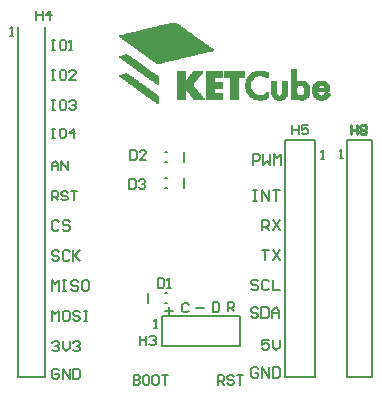
<source format=gto>
G04*
G04 #@! TF.GenerationSoftware,Altium Limited,Altium Designer,21.4.1 (30)*
G04*
G04 Layer_Color=65535*
%FSLAX25Y25*%
%MOIN*%
G70*
G04*
G04 #@! TF.SameCoordinates,FDA7AB05-C33E-465C-AB53-71C79C1F0B70*
G04*
G04*
G04 #@! TF.FilePolarity,Positive*
G04*
G01*
G75*
%ADD10C,0.00787*%
%ADD11C,0.00591*%
%ADD12C,0.00800*%
%ADD13C,0.00191*%
%ADD14C,0.00709*%
%ADD15C,0.01000*%
D10*
X52981Y78068D02*
X53768D01*
X52981Y74919D02*
X53768D01*
X59378Y74919D02*
Y78068D01*
Y66319D02*
Y69468D01*
X52981Y66319D02*
X53768D01*
X52981Y69468D02*
X53768D01*
X47371Y28051D02*
Y31201D01*
X52981Y31201D02*
X53768D01*
X52981Y28051D02*
X53768D01*
X49500Y19426D02*
X50550D01*
X50025D01*
Y22575D01*
X49500Y22050D01*
X73980Y25168D02*
Y28317D01*
X75554D01*
X76079Y27792D01*
Y26742D01*
X75554Y26218D01*
X73980D01*
X75030D02*
X76079Y25168D01*
X68997Y28137D02*
Y24989D01*
X70571D01*
X71096Y25513D01*
Y27612D01*
X70571Y28137D01*
X68997D01*
X60991Y27350D02*
X60467Y27875D01*
X59417D01*
X58892Y27350D01*
Y25251D01*
X59417Y24726D01*
X60467D01*
X60991Y25251D01*
X63312Y26275D02*
X65936D01*
X52981Y25368D02*
X55605D01*
X54293Y26680D02*
Y24056D01*
X95500Y87282D02*
Y84134D01*
Y85708D01*
X97599D01*
Y87282D01*
Y84134D01*
X100748Y87282D02*
X98649D01*
Y85708D01*
X99698Y86233D01*
X100223D01*
X100748Y85708D01*
Y84659D01*
X100223Y84134D01*
X99173D01*
X98649Y84659D01*
X44729Y16968D02*
Y13820D01*
Y15394D01*
X46828D01*
Y16968D01*
Y13820D01*
X47878Y16443D02*
X48403Y16968D01*
X49452D01*
X49977Y16443D01*
Y15919D01*
X49452Y15394D01*
X48928D01*
X49452D01*
X49977Y14869D01*
Y14344D01*
X49452Y13820D01*
X48403D01*
X47878Y14344D01*
X41221Y69106D02*
Y65957D01*
X42796D01*
X43320Y66482D01*
Y68581D01*
X42796Y69106D01*
X41221D01*
X44370Y68581D02*
X44895Y69106D01*
X45944D01*
X46469Y68581D01*
Y68056D01*
X45944Y67531D01*
X45419D01*
X45944D01*
X46469Y67007D01*
Y66482D01*
X45944Y65957D01*
X44895D01*
X44370Y66482D01*
X41500Y78839D02*
Y75690D01*
X43074D01*
X43599Y76215D01*
Y78314D01*
X43074Y78839D01*
X41500D01*
X46748Y75690D02*
X44649D01*
X46748Y77789D01*
Y78314D01*
X46223Y78839D01*
X45173D01*
X44649Y78314D01*
X50725Y36075D02*
Y32926D01*
X52299D01*
X52824Y33451D01*
Y35550D01*
X52299Y36075D01*
X50725D01*
X53874Y32926D02*
X54923D01*
X54398D01*
Y36075D01*
X53874Y35550D01*
D11*
X78000Y13543D02*
Y23400D01*
X51900D02*
X78000D01*
X51900Y13543D02*
X78000D01*
X51900D02*
Y23400D01*
D12*
X92992Y3244D02*
Y82244D01*
Y3244D02*
X102992D01*
X92992Y82244D02*
X102992Y82244D01*
Y3244D02*
Y82244D01*
X12992Y3244D02*
Y119944D01*
X3937Y3244D02*
Y119944D01*
Y3244D02*
X12992D01*
X113779Y82244D02*
X121966Y82244D01*
Y3244D02*
Y82244D01*
X113779Y3244D02*
Y82244D01*
Y3244D02*
X121966D01*
X105114Y75789D02*
X106114D01*
X105614D01*
Y78788D01*
X105114Y78288D01*
X1500Y116944D02*
X2500D01*
X2000D01*
Y119943D01*
X1500Y119443D01*
X111312Y76199D02*
X112312D01*
X111812D01*
Y79198D01*
X111312Y78698D01*
D13*
X92042Y98493D02*
X93757D01*
X80036Y102304D02*
X81942D01*
X38302Y117359D02*
X62313D01*
X80036Y99064D02*
X81751D01*
X44209Y112214D02*
X68983D01*
X44781Y111832D02*
X67649D01*
X74700Y102114D02*
X77368D01*
X66696Y100589D02*
X72032D01*
X80417Y97921D02*
X82704D01*
X66696Y103066D02*
X72223D01*
X57168Y100017D02*
X62694D01*
X66696Y100208D02*
X72032D01*
X57168Y99064D02*
X59836D01*
X61932Y96778D02*
X65362D01*
X103857Y95825D02*
X106334D01*
X66696Y96396D02*
X72223D01*
X92042Y98112D02*
X93757D01*
X80036Y99446D02*
X81561D01*
X42875Y106306D02*
X46687D01*
X95091Y99636D02*
X96806D01*
X66696Y97921D02*
X72223D01*
X45734Y104210D02*
X49736D01*
X39064Y108974D02*
X42875D01*
X80036Y101732D02*
X81751D01*
X44019Y112404D02*
X68983D01*
X95091Y101542D02*
X96615D01*
X102142Y99255D02*
X107859D01*
X92042Y99636D02*
X93757D01*
X102332Y100399D02*
X104619D01*
X61932Y104591D02*
X65362D01*
X66696Y96587D02*
X72223D01*
X45543Y111261D02*
X65362D01*
X45162Y111451D02*
X66125D01*
X53928Y120980D02*
X56977D01*
X74700Y100208D02*
X77368D01*
X80036Y99255D02*
X81751D01*
X72795Y104210D02*
X79464D01*
X51070Y120408D02*
X57930D01*
X81751Y104400D02*
X87278D01*
X88421Y99255D02*
X90136D01*
X95091Y96396D02*
X100427D01*
X45162Y104591D02*
X48974D01*
X57168Y102876D02*
X59836D01*
X95091Y105925D02*
X96615D01*
X43066Y112976D02*
X68221D01*
X82132Y104781D02*
X87278D01*
X40398Y108021D02*
X44209D01*
X57168Y104400D02*
X59836D01*
X66696Y101732D02*
X69364D01*
X40779Y101351D02*
X44781D01*
X49355Y95253D02*
X50689D01*
X86515Y103257D02*
X87278D01*
X74700Y97540D02*
X77368D01*
X37730Y110308D02*
X41160D01*
X46306Y110689D02*
X62885D01*
X43638Y112595D02*
X68793D01*
X57168Y104019D02*
X59836D01*
X38302Y103257D02*
X41923D01*
X60027Y102114D02*
X63266D01*
X57168Y101542D02*
X62885D01*
X79845Y100208D02*
X81561D01*
X66696Y104591D02*
X72223D01*
X44591Y98683D02*
X48402D01*
X106144Y97540D02*
X108049D01*
X61361Y103829D02*
X64600D01*
X57168Y96396D02*
X59836D01*
X40779Y114691D02*
X65934D01*
X79845Y100780D02*
X81561D01*
X66696Y103447D02*
X72223D01*
X57168Y102495D02*
X59836D01*
X57168Y96587D02*
X59836D01*
X48021Y119646D02*
X58883D01*
X74700Y102495D02*
X77368D01*
X44209Y105353D02*
X48021D01*
X88421Y100780D02*
X90136D01*
X66696Y97730D02*
X72223D01*
X95091Y101732D02*
X96615D01*
X52213Y120599D02*
X57549D01*
X74700Y100970D02*
X77368D01*
X102142Y98874D02*
X107859D01*
X40017Y108402D02*
X43638D01*
X74700Y100589D02*
X77368D01*
X49926Y108021D02*
X51832D01*
X61551Y97159D02*
X64981D01*
X66696Y104210D02*
X72223D01*
X61551Y104019D02*
X64791D01*
X82323Y96206D02*
X87087D01*
X47068Y110117D02*
X60598D01*
X49736Y101351D02*
X50689D01*
X72795Y104019D02*
X79464D01*
X102332Y97540D02*
X104048D01*
X66696Y102876D02*
X69364D01*
X89946Y95825D02*
X92232D01*
X86706Y97921D02*
X87278D01*
X66696Y104400D02*
X72223D01*
X95091Y100017D02*
X96996D01*
X102142Y97921D02*
X104048D01*
X74700Y101161D02*
X77368D01*
X44972Y104781D02*
X48783D01*
X99093Y100017D02*
X100998D01*
X44019Y118693D02*
X60408D01*
X57168Y99446D02*
X63076D01*
X83657Y105353D02*
X85753D01*
X104619Y101923D02*
X105572D01*
X74700Y99064D02*
X77368D01*
X48021Y96206D02*
X50689D01*
X38874Y109165D02*
X42685D01*
X95281Y95825D02*
X96615D01*
X48974Y108783D02*
X54881D01*
X72795Y103257D02*
X79464D01*
X57168Y98874D02*
X59836D01*
X102523Y100780D02*
X107478D01*
X96996Y101542D02*
X100046D01*
X47449Y109927D02*
X59645D01*
X79845Y100589D02*
X81561D01*
X92042Y101351D02*
X93757D01*
X102142Y98493D02*
X107859D01*
X48783Y102114D02*
X50689D01*
X50308Y120217D02*
X58121D01*
X46496Y103638D02*
X50308D01*
X48974Y95444D02*
X50689D01*
X46306Y119265D02*
X59455D01*
X57168Y102114D02*
X59836D01*
X88421Y100208D02*
X90136D01*
X74700Y101923D02*
X77368D01*
X97187Y101732D02*
X99664D01*
X92042Y99255D02*
X93757D01*
X84038Y95634D02*
X85372D01*
X99474Y98683D02*
X101189D01*
X41351Y114310D02*
X66506D01*
X74700Y96968D02*
X77368D01*
X43447Y112785D02*
X68602D01*
X62123Y104781D02*
X65362D01*
X66696Y100017D02*
X72032D01*
X95091Y96778D02*
X100617D01*
X99474Y98493D02*
X101189D01*
X57168Y101161D02*
X62313D01*
X81370Y104019D02*
X87278D01*
X95091Y99255D02*
X96615D01*
X47449Y96587D02*
X50689D01*
X57168Y98302D02*
X59836D01*
X39826Y110880D02*
X40207D01*
X38874Y104210D02*
X40779D01*
X42113Y113738D02*
X67268D01*
X88421Y100589D02*
X90136D01*
X99474Y99636D02*
X101189D01*
X92042Y97730D02*
X93566D01*
X61551Y104210D02*
X64981D01*
X88993Y96587D02*
X93185D01*
X42113Y106878D02*
X45924D01*
X60979Y103257D02*
X64219D01*
X102142Y99446D02*
X107859D01*
X46306Y103829D02*
X50308D01*
X60408Y102685D02*
X63647D01*
X46687Y97159D02*
X50498D01*
X74891Y95825D02*
X77178D01*
X47068Y103257D02*
X50689D01*
X66696D02*
X72223D01*
X80227Y98302D02*
X82323D01*
X88802Y96778D02*
X93376D01*
X103285Y96206D02*
X107097D01*
X80989Y103638D02*
X83847D01*
X95091Y98493D02*
X96615D01*
X88421Y99064D02*
X90136D01*
X37730Y117168D02*
X62313D01*
X102332Y100017D02*
X104048D01*
X41732Y100780D02*
X45543D01*
X99283Y99827D02*
X100998D01*
X74700Y102685D02*
X77368D01*
X72795Y105163D02*
X79464D01*
X47640Y102876D02*
X50689D01*
X80417D02*
X82513D01*
X48211Y102495D02*
X50689D01*
X80036Y101542D02*
X81561D01*
X85562Y97349D02*
X87278D01*
X57168Y96778D02*
X59836D01*
X102142Y99827D02*
X104048D01*
X62313Y96015D02*
X65934D01*
X89564D02*
X92614D01*
X102142Y98683D02*
X107859D01*
X50117Y101161D02*
X50689D01*
X61361Y97540D02*
X64791D01*
X47068Y119455D02*
X59264D01*
X41732Y113929D02*
X66887D01*
X79845Y101161D02*
X81561D01*
X72795Y103829D02*
X79464D01*
X57168Y102685D02*
X59836D01*
X66696Y96778D02*
X72223D01*
X79845Y100017D02*
X81561D01*
X88993Y96396D02*
X93185D01*
X102142Y97730D02*
X104048D01*
X57168Y97159D02*
X59836D01*
X42875Y113166D02*
X68030D01*
X95091Y105734D02*
X96615D01*
X92042Y99446D02*
X93757D01*
X60598Y102876D02*
X63838D01*
X98330Y97159D02*
X100998D01*
X92042Y101161D02*
X93757D01*
X95091Y104591D02*
X96615D01*
X47830Y96396D02*
X50689D01*
X88421Y99827D02*
X90136D01*
X88421Y99446D02*
X90136D01*
X92042Y100970D02*
X93757D01*
X49355Y101732D02*
X50689D01*
X92042Y100589D02*
X93757D01*
X66696Y104781D02*
X72223D01*
X95091Y102685D02*
X96615D01*
X95091Y105353D02*
X96615D01*
X66696Y100970D02*
X72032D01*
X57168Y104210D02*
X59836D01*
X66696Y102114D02*
X69364D01*
X46877Y96968D02*
X50689D01*
X88421Y101542D02*
X90136D01*
X39064Y102685D02*
X42685D01*
X92042Y100780D02*
X93757D01*
X95091Y100970D02*
X100617D01*
X44591Y104972D02*
X48402D01*
X80417Y103066D02*
X82704D01*
X40017Y101923D02*
X43828D01*
X50117Y94681D02*
X50689D01*
X57168Y97540D02*
X59836D01*
X81561Y104210D02*
X87278D01*
X43257Y105925D02*
X47068D01*
X95091Y96015D02*
X96615D01*
X80417Y98112D02*
X82513D01*
X74700Y102876D02*
X77368D01*
X46115Y110880D02*
X63647D01*
X95091Y102304D02*
X96615D01*
X57168Y101351D02*
X62504D01*
X92042Y100208D02*
X93757D01*
X66696Y96015D02*
X72223D01*
X46877Y103447D02*
X50689D01*
X45162Y98302D02*
X48974D01*
X57168Y97349D02*
X59836D01*
X39255Y115644D02*
X64600D01*
X57168Y100208D02*
X62504D01*
X61932Y96587D02*
X65553D01*
X38874Y116025D02*
X64028D01*
X83085Y105163D02*
X86325D01*
X57168Y97730D02*
X59836D01*
X80989Y97349D02*
X83847D01*
X95091Y100208D02*
X97187D01*
X74700Y102304D02*
X77368D01*
X57168Y97921D02*
X59836D01*
X74700Y96778D02*
X77368D01*
X48592Y95825D02*
X50689D01*
X106144Y100017D02*
X107668D01*
X60408Y102495D02*
X63457D01*
X88421Y97730D02*
X90136D01*
X95091Y103066D02*
X96615D01*
X74700Y97730D02*
X77368D01*
X66696Y97349D02*
X72223D01*
X43828Y99255D02*
X47640D01*
X60979Y97921D02*
X64410D01*
X91280Y97159D02*
X93566D01*
X85562Y103638D02*
X87278D01*
X95091Y101161D02*
X100427D01*
X57168Y99827D02*
X62885D01*
X39636Y102304D02*
X43257D01*
X57168Y101732D02*
X62885D01*
X52785Y120789D02*
X57359D01*
X99474Y99255D02*
X101189D01*
X74700Y98683D02*
X77368D01*
X102714Y96587D02*
X107478D01*
X95091Y98302D02*
X96615D01*
X98902Y97349D02*
X100998D01*
X72795Y104781D02*
X79464D01*
X38302Y104019D02*
X40779D01*
X102523Y100589D02*
X107668D01*
X86706Y103066D02*
X87278D01*
X41923Y100589D02*
X45734D01*
X74700Y99827D02*
X77368D01*
X44019Y99064D02*
X47830D01*
X47640Y109736D02*
X58883D01*
X66696Y104972D02*
X72223D01*
X44781Y98493D02*
X48592D01*
X88421Y100970D02*
X90136D01*
X99474Y97921D02*
X101189D01*
X49545Y108402D02*
X53357D01*
X66696Y98683D02*
X69364D01*
X43066Y99827D02*
X46877D01*
X95091Y103447D02*
X96615D01*
X57168Y96968D02*
X59836D01*
X97949Y101923D02*
X98902D01*
X39826Y104400D02*
X40207D01*
X74700Y97349D02*
X77368D01*
X42494Y100208D02*
X46306D01*
X66696Y99827D02*
X72032D01*
X48211Y109355D02*
X57359D01*
X95091Y98112D02*
X96806D01*
X72795Y104400D02*
X79464D01*
X88421Y100017D02*
X90136D01*
X60408Y98493D02*
X63838D01*
X102523Y97159D02*
X104810D01*
X95091Y100589D02*
X100808D01*
X66696Y98112D02*
X69364D01*
X39636Y108593D02*
X43447D01*
X80989Y97159D02*
X87278D01*
X81561Y96587D02*
X87278D01*
X95091Y101351D02*
X100236D01*
X40779Y107831D02*
X44591D01*
X95091Y105544D02*
X96615D01*
X57168Y105163D02*
X59836D01*
X74700Y100780D02*
X77368D01*
X88421Y97540D02*
X90327D01*
X40017Y117740D02*
X61742D01*
X44972Y111642D02*
X66887D01*
X48592Y108974D02*
X55834D01*
X57168Y103638D02*
X59836D01*
X86897Y98112D02*
X87278D01*
X60027Y99064D02*
X63457D01*
X45353Y98112D02*
X49164D01*
X39636Y115453D02*
X64791D01*
X60789Y103066D02*
X64028D01*
X88421Y101161D02*
X90136D01*
X57168Y100589D02*
X62313D01*
X46877Y110308D02*
X61361D01*
X61742Y96968D02*
X65172D01*
X97378Y95825D02*
X99474D01*
X106144Y99827D02*
X107859D01*
X74700Y98302D02*
X77368D01*
X92042Y98683D02*
X93757D01*
X106525Y98112D02*
X107097D01*
X95091Y98874D02*
X96615D01*
X95091Y103638D02*
X96615D01*
X106334Y97921D02*
X107287D01*
X102904Y101161D02*
X107097D01*
X74700Y96206D02*
X77368D01*
X95091D02*
X100046D01*
X43638Y105734D02*
X47449D01*
X57168Y102304D02*
X59836D01*
X74700Y97159D02*
X77368D01*
X48402Y96015D02*
X50689D01*
X60217Y102304D02*
X63457D01*
X37730Y116978D02*
X62694D01*
X38302Y109546D02*
X42113D01*
X88421Y98112D02*
X90136D01*
X103285Y101542D02*
X106716D01*
X105382Y97159D02*
X107859D01*
X95091Y102114D02*
X96615D01*
X66696Y100399D02*
X72032D01*
X66696Y98302D02*
X69364D01*
X66696Y103638D02*
X72223D01*
X57168Y100970D02*
X62313D01*
X95091Y102495D02*
X96615D01*
X92042Y99064D02*
X93757D01*
X66696Y98493D02*
X69364D01*
X62313Y96206D02*
X65934D01*
X62694Y95825D02*
X65743D01*
X95091Y96587D02*
X100617D01*
X66696Y99446D02*
X72032D01*
X57168Y104972D02*
X59836D01*
X47258Y103066D02*
X50689D01*
X102142Y99636D02*
X107859D01*
X91851Y97540D02*
X93566D01*
X39064Y115834D02*
X64410D01*
X88612Y97159D02*
X90898D01*
X40589Y101542D02*
X44209D01*
X40398Y101732D02*
X44209D01*
X50308Y107831D02*
X50879D01*
X99283Y97730D02*
X100998D01*
X88421Y98874D02*
X90136D01*
X98902Y100208D02*
X100998D01*
X95091Y99446D02*
X96806D01*
X57168Y99255D02*
X63266D01*
X47258Y96778D02*
X50689D01*
X57168Y103447D02*
X59836D01*
X95091Y100780D02*
X100808D01*
X106144Y97730D02*
X107668D01*
X57168Y98493D02*
X59836D01*
X95091Y97349D02*
X97378D01*
X66696Y96968D02*
X72223D01*
X96996Y96015D02*
X99855D01*
X42304Y113548D02*
X67459D01*
X103666Y101732D02*
X106525D01*
X92042Y101542D02*
X93757D01*
X80227Y98493D02*
X82132D01*
X99474Y98302D02*
X101189D01*
X43257Y99636D02*
X47068D01*
X57168D02*
X62885D01*
X72795Y103447D02*
X79464D01*
X39255Y102495D02*
X43066D01*
X80036Y101923D02*
X81751D01*
X74700Y101542D02*
X77368D01*
X88421Y100399D02*
X90136D01*
X72795Y104972D02*
X79464D01*
X79845Y101351D02*
X81561D01*
X95091Y104781D02*
X96615D01*
X66696Y102495D02*
X69364D01*
X92042Y100017D02*
X93757D01*
X44400Y112023D02*
X68602D01*
X37730Y103829D02*
X41160D01*
X40207Y108212D02*
X44019D01*
X37730Y109927D02*
X41541D01*
X66696Y99255D02*
X69364D01*
X44781Y118884D02*
X60027D01*
X74700Y99255D02*
X77368D01*
X74700Y96015D02*
X77368D01*
X49545Y95063D02*
X50689D01*
X80608Y103257D02*
X82894D01*
X74700Y98493D02*
X77368D01*
X66696Y104019D02*
X72223D01*
X40970Y107640D02*
X44781D01*
X45924Y104019D02*
X49736D01*
X45734Y111070D02*
X64600D01*
X66696Y102304D02*
X69364D01*
X66696Y99636D02*
X72032D01*
X66696Y101542D02*
X72032D01*
X74700Y98112D02*
X77368D01*
X43447Y118502D02*
X60408D01*
X42113Y100399D02*
X45924D01*
X62313Y104972D02*
X65553D01*
X40779Y117931D02*
X61361D01*
X45734Y119074D02*
X59836D01*
X49736Y108212D02*
X52594D01*
X80798Y103447D02*
X83276D01*
X102142Y99064D02*
X107859D01*
X99093Y97540D02*
X100998D01*
X46496Y97349D02*
X50308D01*
X89374Y96206D02*
X92995D01*
X54500Y121170D02*
X56787D01*
X66696Y97159D02*
X72223D01*
X66696Y101161D02*
X72032D01*
X92042Y99827D02*
X93757D01*
X41732Y118121D02*
X61170D01*
X38302Y116406D02*
X63457D01*
X74700Y99636D02*
X77368D01*
X38111Y109736D02*
X41732D01*
X41160Y107449D02*
X44972D01*
X41541Y107259D02*
X45353D01*
X95091Y104019D02*
X96615D01*
X66696Y103829D02*
X72223D01*
X39826Y102114D02*
X43638D01*
X99474Y98874D02*
X101189D01*
X45543Y97921D02*
X49355D01*
X79845Y99636D02*
X81561D01*
X95091Y103257D02*
X96615D01*
X92042Y101732D02*
X93757D01*
X74700Y98874D02*
X77368D01*
X74700Y100399D02*
X77368D01*
X45543Y104400D02*
X49355D01*
X57168Y100399D02*
X62313D01*
X80036Y98874D02*
X81942D01*
X39255Y110689D02*
X40589D01*
X57168Y103829D02*
X59836D01*
X62123Y96396D02*
X65553D01*
X88421Y101351D02*
X90136D01*
X57168Y96015D02*
X59836D01*
X41351Y100970D02*
X45162D01*
X38683Y110498D02*
X40779D01*
X42685Y113357D02*
X67840D01*
X80036Y102114D02*
X81942D01*
X95091Y104210D02*
X96615D01*
X72795Y104591D02*
X79464D01*
X102714Y100970D02*
X107287D01*
X79845Y100399D02*
X81561D01*
X95091Y104972D02*
X96615D01*
X102332Y97349D02*
X104429D01*
X39445Y117550D02*
X61932D01*
X39826Y115263D02*
X65172D01*
X95091Y104400D02*
X96615D01*
X66696Y99064D02*
X69364D01*
X88421Y98493D02*
X90136D01*
X49926Y94872D02*
X50689D01*
X43447Y99446D02*
X47258D01*
X82704Y104972D02*
X86706D01*
X105953Y100208D02*
X107668D01*
X90517Y95634D02*
X91661D01*
X85944Y97540D02*
X87278D01*
X57168Y100780D02*
X62123D01*
X66696Y101351D02*
X72032D01*
X91851Y97349D02*
X93566D01*
X40207Y115072D02*
X65362D01*
X102332Y100208D02*
X104238D01*
X37730Y116787D02*
X62885D01*
X95091Y99064D02*
X96615D01*
X99474D02*
X101189D01*
X39445Y108783D02*
X43257D01*
X102714Y96778D02*
X107668D01*
X81179Y96968D02*
X87278D01*
X105382Y100399D02*
X107668D01*
X95091Y97921D02*
X96806D01*
X74700Y96587D02*
X77368D01*
X95091Y98683D02*
X96615D01*
X80798Y97540D02*
X83276D01*
X82513Y96015D02*
X86706D01*
X49164Y108593D02*
X54119D01*
X92042Y100399D02*
X93757D01*
X95091Y96968D02*
X100808D01*
X38302Y103066D02*
X42304D01*
X95091Y102876D02*
X96615D01*
X95091Y99827D02*
X96996D01*
X38683Y109355D02*
X42494D01*
X43828Y105544D02*
X47640D01*
X80989Y103829D02*
X87278D01*
X80036Y98683D02*
X81942D01*
X74700Y101351D02*
X77368D01*
X45924Y97730D02*
X49736D01*
X66696Y97540D02*
X72223D01*
X92042Y97921D02*
X93566D01*
X74700Y96396D02*
X77368D01*
X88421Y97921D02*
X90136D01*
X61361Y97349D02*
X64791D01*
X57168Y103066D02*
X59836D01*
X88421Y98683D02*
X90136D01*
X72795Y103066D02*
X79464D01*
X47830Y109546D02*
X58121D01*
X40970Y114500D02*
X66125D01*
X57168Y98683D02*
X59836D01*
X49926Y120027D02*
X58311D01*
X98521Y100399D02*
X100998D01*
X42304Y106687D02*
X46115D01*
X102142Y98302D02*
X103857D01*
X49355Y101542D02*
X50689D01*
X103095Y101351D02*
X107097D01*
X42494Y106497D02*
X46306D01*
X66696Y100780D02*
X72032D01*
X57359Y95825D02*
X59645D01*
X97949Y95634D02*
X98902D01*
X80608Y97730D02*
X82894D01*
X88612Y96968D02*
X93566D01*
X95091Y101923D02*
X96615D01*
X40398Y114882D02*
X65743D01*
X66887Y95825D02*
X72032D01*
X48974Y101923D02*
X50689D01*
X79845Y99827D02*
X81561D01*
X66696Y105163D02*
X72223D01*
X37921Y103447D02*
X41732D01*
X57168Y98112D02*
X59836D01*
X88421Y99636D02*
X90136D01*
X102523Y96968D02*
X107668D01*
X66696Y96206D02*
X72223D01*
X48402Y109165D02*
X56596D01*
X105953Y97349D02*
X108049D01*
X92042Y98302D02*
X93757D01*
X88421Y101732D02*
X90136D01*
X41541Y114119D02*
X66696D01*
X43066Y106115D02*
X46877D01*
X95091Y105163D02*
X96615D01*
X74700Y99446D02*
X77368D01*
X74700Y97921D02*
X77368D01*
X80227Y102495D02*
X82132D01*
X61932Y104400D02*
X65172D01*
X66696Y101923D02*
X69364D01*
X72795Y103638D02*
X79464D01*
X38683Y102876D02*
X42494D01*
X60789Y98112D02*
X64219D01*
X92042Y98874D02*
X93757D01*
X60979Y103447D02*
X64410D01*
X99474Y98112D02*
X101189D01*
X95091Y97730D02*
X96996D01*
X99474Y99446D02*
X101189D01*
X95091Y100399D02*
X97759D01*
X41732Y107068D02*
X45543D01*
X62313Y105163D02*
X65553D01*
X81942Y96396D02*
X87278D01*
X103476Y96015D02*
X106716D01*
X42304Y118312D02*
X60789D01*
X74700Y101732D02*
X77368D01*
X74700Y100017D02*
X77368D01*
X57168Y101923D02*
X63076D01*
X41160Y101161D02*
X44972D01*
X86325Y97730D02*
X87278D01*
X50308Y100970D02*
X50689D01*
X88421Y98302D02*
X90136D01*
X81942Y104591D02*
X87278D01*
X48402Y102304D02*
X50689D01*
X61170Y103638D02*
X64410D01*
X95091Y97540D02*
X96996D01*
X81561Y96778D02*
X87278D01*
X102904Y96396D02*
X107287D01*
X83085Y95825D02*
X86134D01*
X61170Y97730D02*
X64600D01*
X95091Y103829D02*
X96615D01*
X66696Y102685D02*
X69364D01*
X44400Y105163D02*
X48211D01*
X60408Y98683D02*
X63838D01*
X57168Y103257D02*
X59836D01*
X85944Y103447D02*
X87278D01*
X79845Y100970D02*
X81561D01*
X47830Y102685D02*
X50689D01*
X44209Y98874D02*
X48021D01*
X60217D02*
X63647D01*
X57168Y96206D02*
X59836D01*
X48783Y95634D02*
X50689D01*
X57168Y104781D02*
X59836D01*
X104429Y95634D02*
X105763D01*
X48783Y119836D02*
X58693D01*
X46115Y97540D02*
X49926D01*
X66696Y98874D02*
X69364D01*
X55072Y121361D02*
X56596D01*
X38683Y116216D02*
X63838D01*
X37730Y103638D02*
X41351D01*
X80227Y102685D02*
X82323D01*
X57168Y104591D02*
X59836D01*
X37921Y116597D02*
X63266D01*
X88612Y97349D02*
X90517D01*
X102142Y98112D02*
X103857D01*
X95091Y97159D02*
X97949D01*
X46496Y110498D02*
X62123D01*
X60789Y98302D02*
X64028D01*
X37730Y110117D02*
X41351D01*
X42685Y100017D02*
X46496D01*
D14*
X84034Y25802D02*
X83443Y26393D01*
X82262D01*
X81672Y25802D01*
Y25212D01*
X82262Y24622D01*
X83443D01*
X84034Y24031D01*
Y23441D01*
X83443Y22851D01*
X82262D01*
X81672Y23441D01*
X85214Y26393D02*
Y22851D01*
X86985D01*
X87576Y23441D01*
Y25802D01*
X86985Y26393D01*
X85214D01*
X88756Y22851D02*
Y25212D01*
X89937Y26393D01*
X91118Y25212D01*
Y22851D01*
Y24622D01*
X88756D01*
X70659Y709D02*
Y3857D01*
X72233D01*
X72758Y3333D01*
Y2283D01*
X72233Y1758D01*
X70659D01*
X71709D02*
X72758Y709D01*
X75907Y3333D02*
X75382Y3857D01*
X74332D01*
X73808Y3333D01*
Y2808D01*
X74332Y2283D01*
X75382D01*
X75907Y1758D01*
Y1233D01*
X75382Y709D01*
X74332D01*
X73808Y1233D01*
X76956Y3857D02*
X79055D01*
X78006D01*
Y709D01*
X42585Y3857D02*
Y709D01*
X44159D01*
X44684Y1233D01*
Y1758D01*
X44159Y2283D01*
X42585D01*
X44159D01*
X44684Y2808D01*
Y3333D01*
X44159Y3857D01*
X42585D01*
X47308D02*
X46258D01*
X45733Y3333D01*
Y1233D01*
X46258Y709D01*
X47308D01*
X47832Y1233D01*
Y3333D01*
X47308Y3857D01*
X50456D02*
X49407D01*
X48882Y3333D01*
Y1233D01*
X49407Y709D01*
X50456D01*
X50981Y1233D01*
Y3333D01*
X50456Y3857D01*
X52030D02*
X54129D01*
X53080D01*
Y709D01*
X15289Y86050D02*
X16338D01*
X15814D01*
Y82901D01*
X15289D01*
X16338D01*
X19487Y86050D02*
X18437D01*
X17913Y85525D01*
Y83426D01*
X18437Y82901D01*
X19487D01*
X20012Y83426D01*
Y85525D01*
X19487Y86050D01*
X22636Y82901D02*
Y86050D01*
X21061Y84476D01*
X23160D01*
X84191Y35065D02*
X83601Y35655D01*
X82420D01*
X81830Y35065D01*
Y34475D01*
X82420Y33884D01*
X83601D01*
X84191Y33294D01*
Y32704D01*
X83601Y32113D01*
X82420D01*
X81830Y32704D01*
X87733Y35065D02*
X87143Y35655D01*
X85962D01*
X85372Y35065D01*
Y32704D01*
X85962Y32113D01*
X87143D01*
X87733Y32704D01*
X88914Y35655D02*
Y32113D01*
X91275D01*
X15368Y72130D02*
Y74229D01*
X16417Y75278D01*
X17467Y74229D01*
Y72130D01*
Y73704D01*
X15368D01*
X18516Y72130D02*
Y75278D01*
X20615Y72130D01*
Y75278D01*
X15368Y62066D02*
Y65215D01*
X16942D01*
X17467Y64690D01*
Y63641D01*
X16942Y63116D01*
X15368D01*
X16417D02*
X17467Y62066D01*
X20615Y64690D02*
X20090Y65215D01*
X19041D01*
X18516Y64690D01*
Y64166D01*
X19041Y63641D01*
X20090D01*
X20615Y63116D01*
Y62591D01*
X20090Y62066D01*
X19041D01*
X18516Y62591D01*
X21665Y65215D02*
X23764D01*
X22714D01*
Y62066D01*
X15368Y95404D02*
X16417D01*
X15892D01*
Y92256D01*
X15368D01*
X16417D01*
X19566Y95404D02*
X18516D01*
X17991Y94880D01*
Y92781D01*
X18516Y92256D01*
X19566D01*
X20090Y92781D01*
Y94880D01*
X19566Y95404D01*
X21140Y94880D02*
X21665Y95404D01*
X22714D01*
X23239Y94880D01*
Y94355D01*
X22714Y93830D01*
X22189D01*
X22714D01*
X23239Y93305D01*
Y92781D01*
X22714Y92256D01*
X21665D01*
X21140Y92781D01*
X15368Y105467D02*
X16417D01*
X15892D01*
Y102319D01*
X15368D01*
X16417D01*
X19566Y105467D02*
X18516D01*
X17991Y104943D01*
Y102844D01*
X18516Y102319D01*
X19566D01*
X20090Y102844D01*
Y104943D01*
X19566Y105467D01*
X23239Y102319D02*
X21140D01*
X23239Y104418D01*
Y104943D01*
X22714Y105467D01*
X21665D01*
X21140Y104943D01*
X15368Y115531D02*
X16417D01*
X15892D01*
Y112382D01*
X15368D01*
X16417D01*
X19566Y115531D02*
X18516D01*
X17991Y115006D01*
Y112907D01*
X18516Y112382D01*
X19566D01*
X20090Y112907D01*
Y115006D01*
X19566Y115531D01*
X21140Y112382D02*
X22189D01*
X21665D01*
Y115531D01*
X21140Y115006D01*
X17729Y54955D02*
X17139Y55546D01*
X15958D01*
X15368Y54955D01*
Y52594D01*
X15958Y52003D01*
X17139D01*
X17729Y52594D01*
X21271Y54955D02*
X20681Y55546D01*
X19500D01*
X18910Y54955D01*
Y54365D01*
X19500Y53774D01*
X20681D01*
X21271Y53184D01*
Y52594D01*
X20681Y52003D01*
X19500D01*
X18910Y52594D01*
X17729Y44892D02*
X17139Y45482D01*
X15958D01*
X15368Y44892D01*
Y44302D01*
X15958Y43711D01*
X17139D01*
X17729Y43121D01*
Y42531D01*
X17139Y41940D01*
X15958D01*
X15368Y42531D01*
X21271Y44892D02*
X20681Y45482D01*
X19500D01*
X18910Y44892D01*
Y42531D01*
X19500Y41940D01*
X20681D01*
X21271Y42531D01*
X22452Y45482D02*
Y41940D01*
Y43121D01*
X24813Y45482D01*
X23042Y43711D01*
X24813Y41940D01*
X15368Y21814D02*
Y25356D01*
X16548Y24175D01*
X17729Y25356D01*
Y21814D01*
X20681Y25356D02*
X19500D01*
X18910Y24766D01*
Y22404D01*
X19500Y21814D01*
X20681D01*
X21271Y22404D01*
Y24766D01*
X20681Y25356D01*
X24813Y24766D02*
X24223Y25356D01*
X23042D01*
X22452Y24766D01*
Y24175D01*
X23042Y23585D01*
X24223D01*
X24813Y22995D01*
Y22404D01*
X24223Y21814D01*
X23042D01*
X22452Y22404D01*
X25994Y25356D02*
X27175D01*
X26584D01*
Y21814D01*
X25994D01*
X27175D01*
X15368Y31877D02*
Y35419D01*
X16548Y34238D01*
X17729Y35419D01*
Y31877D01*
X18910Y35419D02*
X20090D01*
X19500D01*
Y31877D01*
X18910D01*
X20090D01*
X24223Y34829D02*
X23633Y35419D01*
X22452D01*
X21861Y34829D01*
Y34238D01*
X22452Y33648D01*
X23633D01*
X24223Y33058D01*
Y32467D01*
X23633Y31877D01*
X22452D01*
X21861Y32467D01*
X27175Y35419D02*
X25994D01*
X25404Y34829D01*
Y32467D01*
X25994Y31877D01*
X27175D01*
X27765Y32467D01*
Y34829D01*
X27175Y35419D01*
X82420Y65569D02*
X83601D01*
X83010D01*
Y62027D01*
X82420D01*
X83601D01*
X85372D02*
Y65569D01*
X87733Y62027D01*
Y65569D01*
X88914D02*
X91275D01*
X90095D01*
Y62027D01*
X82299Y73997D02*
Y77539D01*
X84070D01*
X84661Y76949D01*
Y75768D01*
X84070Y75178D01*
X82299D01*
X85842Y77539D02*
Y73997D01*
X87022Y75178D01*
X88203Y73997D01*
Y77539D01*
X89384Y73997D02*
Y77539D01*
X90564Y76359D01*
X91745Y77539D01*
Y73997D01*
X85372Y52056D02*
Y55598D01*
X87143D01*
X87733Y55008D01*
Y53827D01*
X87143Y53237D01*
X85372D01*
X86552D02*
X87733Y52056D01*
X88914Y55598D02*
X91275Y52056D01*
Y55598D02*
X88914Y52056D01*
X85372Y45627D02*
X87733D01*
X86552D01*
Y42085D01*
X88914Y45627D02*
X91275Y42085D01*
Y45627D02*
X88914Y42085D01*
X84191Y5860D02*
X83601Y6450D01*
X82420D01*
X81830Y5860D01*
Y3498D01*
X82420Y2908D01*
X83601D01*
X84191Y3498D01*
Y4679D01*
X83010D01*
X85372Y2908D02*
Y6450D01*
X87733Y2908D01*
Y6450D01*
X88914D02*
Y2908D01*
X90685D01*
X91275Y3498D01*
Y5860D01*
X90685Y6450D01*
X88914D01*
X15368Y14703D02*
X15958Y15293D01*
X17139D01*
X17729Y14703D01*
Y14112D01*
X17139Y13522D01*
X16548D01*
X17139D01*
X17729Y12932D01*
Y12341D01*
X17139Y11751D01*
X15958D01*
X15368Y12341D01*
X18910Y15293D02*
Y12932D01*
X20090Y11751D01*
X21271Y12932D01*
Y15293D01*
X22452Y14703D02*
X23042Y15293D01*
X24223D01*
X24813Y14703D01*
Y14112D01*
X24223Y13522D01*
X23633D01*
X24223D01*
X24813Y12932D01*
Y12341D01*
X24223Y11751D01*
X23042D01*
X22452Y12341D01*
X17729Y5427D02*
X17139Y6017D01*
X15958D01*
X15368Y5427D01*
Y3065D01*
X15958Y2475D01*
X17139D01*
X17729Y3065D01*
Y4246D01*
X16548D01*
X18910Y2475D02*
Y6017D01*
X21271Y2475D01*
Y6017D01*
X22452D02*
Y2475D01*
X24223D01*
X24813Y3065D01*
Y5427D01*
X24223Y6017D01*
X22452D01*
X87733Y15713D02*
X85372D01*
Y13942D01*
X86552Y14532D01*
X87143D01*
X87733Y13942D01*
Y12761D01*
X87143Y12171D01*
X85962D01*
X85372Y12761D01*
X88914Y15713D02*
Y13351D01*
X90095Y12171D01*
X91275Y13351D01*
Y15713D01*
X10156Y125373D02*
Y122224D01*
Y123799D01*
X12255D01*
Y125373D01*
Y122224D01*
X14879D02*
Y125373D01*
X13305Y123799D01*
X15404D01*
D15*
X114900Y87282D02*
Y84134D01*
Y85708D01*
X116999D01*
Y87282D01*
Y84134D01*
X118049Y86758D02*
X118573Y87282D01*
X119623D01*
X120148Y86758D01*
Y86233D01*
X119623Y85708D01*
X120148Y85183D01*
Y84659D01*
X119623Y84134D01*
X118573D01*
X118049Y84659D01*
Y85183D01*
X118573Y85708D01*
X118049Y86233D01*
Y86758D01*
X118573Y85708D02*
X119623D01*
M02*

</source>
